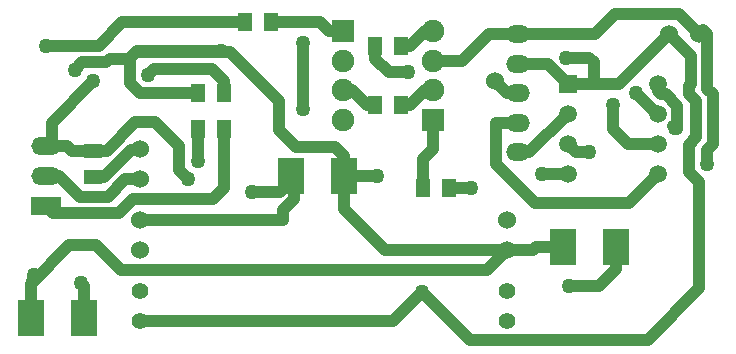
<source format=gbl>
G04*
G04 #@! TF.GenerationSoftware,Altium Limited,CircuitMaker,2.3.0 (2.3.0.3)*
G04*
G04 Layer_Physical_Order=2*
G04 Layer_Color=11436288*
%FSLAX25Y25*%
%MOIN*%
G70*
G04*
G04 #@! TF.SameCoordinates,0492DEC5-DE9E-4361-A043-D8868978FAA7*
G04*
G04*
G04 #@! TF.FilePolarity,Positive*
G04*
G01*
G75*
%ADD43C,0.03937*%
%ADD46C,0.06000*%
%ADD47O,0.09842X0.06000*%
%ADD48R,0.09842X0.06000*%
%ADD49R,0.05905X0.05905*%
%ADD50C,0.05905*%
%ADD51O,0.07874X0.05905*%
%ADD52C,0.05512*%
%ADD53C,0.07500*%
%ADD54R,0.07500X0.07500*%
%ADD55C,0.05000*%
%ADD56R,0.06299X0.05118*%
%ADD57R,0.05118X0.06299*%
%ADD58R,0.09055X0.12008*%
%ADD59R,0.08661X0.12008*%
D43*
X382638Y266654D02*
X385512Y263779D01*
X389764D01*
X286817Y250400D02*
X291339Y254921D01*
X277400Y250400D02*
X286817D01*
X291339Y248031D02*
Y254921D01*
X287775Y244468D02*
X291339Y248031D01*
X287775Y241220D02*
Y244468D01*
X427697Y304587D02*
X429134Y303150D01*
X427697Y304587D02*
X427697Y304587D01*
X429134Y284934D02*
Y303150D01*
X417776Y272605D02*
X419134D01*
X418376Y272005D02*
X418975Y271406D01*
X417776Y272605D02*
X418376Y272005D01*
X210600Y265906D02*
Y273600D01*
X423091Y283183D02*
X425519Y280754D01*
Y268695D02*
Y280754D01*
X423091Y266267D02*
X425519Y268695D01*
X423091Y257339D02*
Y266267D01*
X431031Y266412D02*
Y283037D01*
X429134Y284934D02*
X431031Y283037D01*
X429134Y259842D02*
Y264515D01*
X431031Y266412D01*
X423091Y257339D02*
X426458Y253972D01*
Y218558D02*
Y253972D01*
X423622Y286499D02*
Y295787D01*
X423091Y285968D02*
X423622Y286499D01*
X423091Y283183D02*
Y285968D01*
X415329Y283150D02*
X419134Y279344D01*
Y272605D02*
Y279344D01*
X413622Y283150D02*
X415329D01*
X412638Y284133D02*
X413622Y283150D01*
X412638Y284133D02*
Y286654D01*
X358600Y260000D02*
X371600Y247000D01*
X399764Y286654D02*
X416260Y303150D01*
X391201Y286654D02*
X399764D01*
X371600Y247000D02*
X402984D01*
X397638Y271654D02*
Y279528D01*
X358600Y260000D02*
Y273622D01*
X402984Y247000D02*
X412638Y256654D01*
X409200Y201300D02*
X426458Y218558D01*
X426260Y303150D02*
X427697Y304587D01*
X416260Y303150D02*
X423622Y295787D01*
X405512Y283465D02*
X412323Y276654D01*
X412638D01*
X402638Y266654D02*
X412638D01*
X397638Y271654D02*
X402638Y266654D01*
X382638Y286654D02*
X391201D01*
Y293839D01*
X389764Y295276D02*
X391201Y293839D01*
X381890Y295276D02*
X389764D01*
X374016Y256654D02*
X382638D01*
X358268Y287402D02*
X362205Y283465D01*
X362205Y283465D01*
X366142D01*
X308071Y255906D02*
X308071Y255906D01*
X318898D01*
X226313Y299213D02*
X234187Y307087D01*
X208662Y299213D02*
X226312D01*
X226313Y299213D01*
X229895Y295000D02*
X236632D01*
X228596Y293701D02*
X229895Y295000D01*
X220801Y293701D02*
X228596D01*
X218300Y291200D02*
X220801Y293701D01*
X238603Y297073D02*
X270027D01*
X238603D02*
X238931Y297400D01*
X236632Y295102D02*
X238603Y297073D01*
X236632Y295000D02*
Y295102D01*
Y286724D02*
Y295000D01*
X203740Y220000D02*
X216440Y232700D01*
X210600Y265906D02*
X215600D01*
X237105Y264600D02*
X240157D01*
X366142Y293307D02*
X375984D01*
X382638Y286654D01*
X324477Y207677D02*
X334050Y217250D01*
X240157Y207677D02*
X324477D01*
X334050Y217250D02*
X350000Y201300D01*
X409200D01*
X203740Y208661D02*
Y220000D01*
X216440Y232700D02*
X225500D01*
X233600Y224600D01*
X355584D01*
X362205Y231220D01*
X308071Y245000D02*
Y255906D01*
Y245000D02*
X321850Y231220D01*
X362205D01*
X248827Y283465D02*
X259449D01*
X203740Y220000D02*
X204724Y222961D01*
X294200Y278100D02*
Y300200D01*
X358600Y273622D02*
X366142D01*
X221457Y208661D02*
Y219088D01*
X220472Y220072D02*
X221457Y219088D01*
X342913Y251969D02*
X350431D01*
X259449Y260900D02*
Y271653D01*
X398622Y225000D02*
Y232284D01*
X392922Y219300D02*
X398622Y225000D01*
X383080Y219300D02*
X392922D01*
X308071Y255906D02*
Y262500D01*
X305071Y265500D02*
X308071Y262500D01*
X292067Y265500D02*
X305071D01*
X286400Y271167D02*
X292067Y265500D01*
X286400Y271167D02*
Y280700D01*
X270027Y297073D02*
X286400Y280700D01*
X236632Y286724D02*
X240000Y283357D01*
X248719D02*
X248827Y283465D01*
X303072Y304213D02*
X307835D01*
X300198Y307087D02*
X303072Y304213D01*
X283858Y307087D02*
X300198D01*
X240000Y283357D02*
X248719D01*
X238931Y297400D02*
X267168D01*
X242700Y289400D02*
X244861Y291561D01*
X264039D01*
X268110Y287490D01*
Y283465D02*
Y287490D01*
X234187Y307087D02*
X275197D01*
X268110Y251808D02*
Y271653D01*
X264402Y248100D02*
X268110Y251808D01*
X237783Y248100D02*
X264402D01*
X233083Y243400D02*
X237783Y248100D01*
X211167Y243400D02*
X233083D01*
X208661Y245906D02*
X211167Y243400D01*
X224409Y264173D02*
X228883D01*
X238510Y273800D01*
X245000D01*
X253000Y265800D01*
Y257900D02*
Y265800D01*
Y257900D02*
X256100Y254800D01*
X208661Y265906D02*
X210600D01*
Y273600D02*
X224409Y287409D01*
X318504Y295000D02*
Y299213D01*
Y295000D02*
X322904Y290600D01*
X329500D01*
X366142Y263780D02*
X369764D01*
X382638Y276654D01*
X240157Y264600D02*
Y264843D01*
X228017Y255512D02*
X237105Y264600D01*
X224409Y255512D02*
X228017D01*
X240157Y241220D02*
X287775D01*
X366142Y303150D02*
X391750D01*
X398300Y309700D01*
X419709D01*
X426260Y303150D01*
X372063Y232284D02*
X380905D01*
X371000Y231220D02*
X372063Y232284D01*
X362205Y231220D02*
X371000D01*
X356437Y303150D02*
X366142D01*
X347500Y294213D02*
X356437Y303150D01*
X337835Y294213D02*
X347500D01*
X335000Y284528D02*
X337835D01*
X330000Y279528D02*
X335000Y284528D01*
X327165Y279528D02*
X330000D01*
X217332Y264173D02*
X224409D01*
X215600Y265906D02*
X217332Y264173D01*
X235143Y254843D02*
X240157D01*
X229300Y249000D02*
X235143Y254843D01*
X219906Y249000D02*
X229300D01*
X213000Y255906D02*
X219906Y249000D01*
X208661Y255906D02*
X213000D01*
X337835Y264983D02*
Y274528D01*
X334252Y261400D02*
X337835Y264983D01*
X334252Y251969D02*
Y261400D01*
X315600Y279528D02*
X318504D01*
X310600Y284528D02*
X315600Y279528D01*
X307835Y284528D02*
X310600D01*
X335000Y304213D02*
X337835D01*
X330000Y299213D02*
X335000Y304213D01*
X327165Y299213D02*
X330000D01*
D46*
X358268Y287402D02*
D03*
X240157Y254843D02*
D03*
Y264843D02*
D03*
X426260Y303150D02*
D03*
X416260D02*
D03*
X362205Y241220D02*
D03*
Y231220D02*
D03*
X240157D02*
D03*
Y241220D02*
D03*
D47*
X208661Y265906D02*
D03*
Y255906D02*
D03*
D48*
Y245906D02*
D03*
D49*
X382638Y286654D02*
D03*
D50*
Y276654D02*
D03*
Y266654D02*
D03*
Y256654D02*
D03*
X412638Y286654D02*
D03*
Y276654D02*
D03*
Y266654D02*
D03*
Y256654D02*
D03*
D51*
X366142Y303150D02*
D03*
Y263780D02*
D03*
Y273622D02*
D03*
Y293307D02*
D03*
Y283465D02*
D03*
D52*
X362205Y217520D02*
D03*
Y207677D02*
D03*
X240157D02*
D03*
Y217520D02*
D03*
D53*
X307835Y274528D02*
D03*
Y284528D02*
D03*
X337835D02*
D03*
Y304213D02*
D03*
Y294213D02*
D03*
X307835D02*
D03*
D54*
X337835Y274528D02*
D03*
X307835Y304213D02*
D03*
D55*
X389764Y263779D02*
D03*
X334050Y217250D02*
D03*
X418376Y272005D02*
D03*
X429134Y259842D02*
D03*
X397638Y279528D02*
D03*
X405512Y283465D02*
D03*
X374016Y256654D02*
D03*
X381890Y295276D02*
D03*
X318898Y255906D02*
D03*
X208662Y299213D02*
D03*
X218300Y291200D02*
D03*
X204724Y222961D02*
D03*
X294200Y278100D02*
D03*
Y300200D02*
D03*
X220472Y220072D02*
D03*
X350431Y251969D02*
D03*
X259449Y260900D02*
D03*
X383080Y219300D02*
D03*
X277400Y250400D02*
D03*
X267168Y297400D02*
D03*
X242700Y289400D02*
D03*
X256100Y254800D02*
D03*
X224409Y287409D02*
D03*
X329500Y290600D02*
D03*
D56*
X224409Y264173D02*
D03*
Y255512D02*
D03*
D57*
X259449Y271653D02*
D03*
X268110D02*
D03*
Y283465D02*
D03*
X259449D02*
D03*
X318504Y279528D02*
D03*
X327165D02*
D03*
X275197Y307087D02*
D03*
X283858D02*
D03*
X327165Y299213D02*
D03*
X318504D02*
D03*
X342913Y251969D02*
D03*
X334252D02*
D03*
D58*
X203740Y208661D02*
D03*
X380905Y232284D02*
D03*
X308071Y255906D02*
D03*
D59*
X221457Y208661D02*
D03*
X398622Y232284D02*
D03*
X290354Y255906D02*
D03*
M02*

</source>
